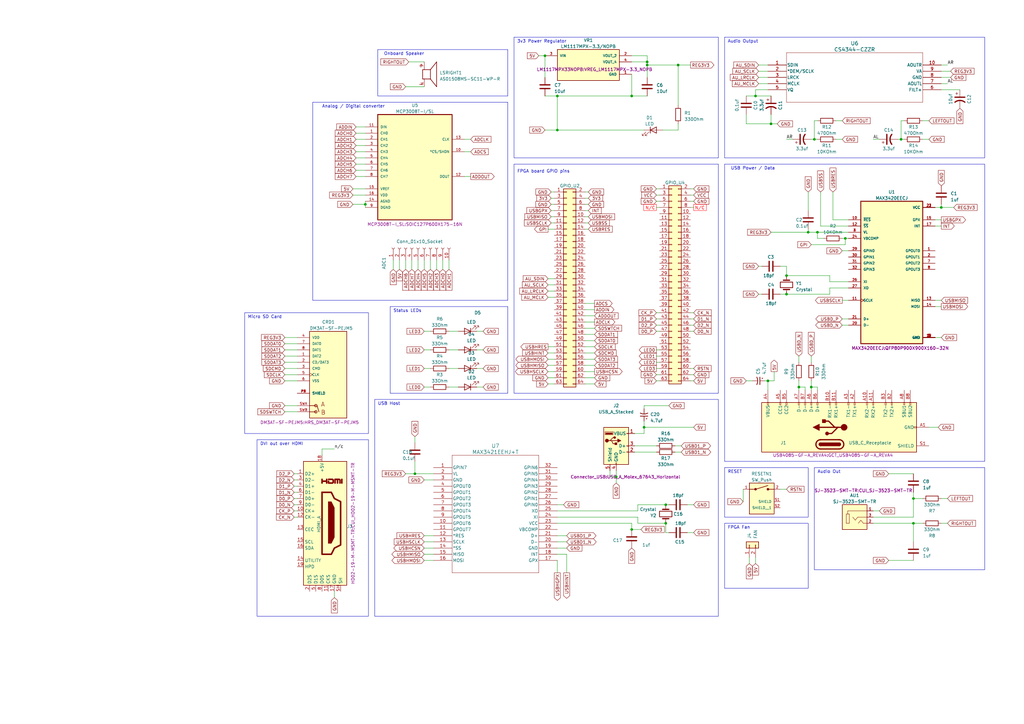
<source format=kicad_sch>
(kicad_sch (version 20230121) (generator eeschema)
  (paper "A3")
  (title_block (title "Expansion Board A") (date "2023-05-07") (rev "1") (company "Engin Cilasun") (comment 1 "Expansion board for QMTECH A7-200T board"))
  (junction (at 149.86 83.82))
  (junction (at 322.58 120.65))
  (junction (at 369.57 57.15))
  (junction (at 223.52 22.86))
  (junction (at 228.6 39.37))
  (junction (at 332.74 158.75))
  (junction (at 346.71 97.79))
  (junction (at 265.43 25.4))
  (junction (at 374.65 204.47))
  (junction (at 259.08 217.17))
  (junction (at 309.88 39.37))
  (junction (at 334.01 57.15))
  (junction (at 264.16 175.26))
  (junction (at 273.05 214.63))
  (junction (at 322.58 113.03))
  (junction (at 278.13 26.67))
  (junction (at 374.65 214.63))
  (junction (at 259.08 39.37))
  (junction (at 331.47 95.25))
  (junction (at 265.43 26.67))
  (junction (at 273.05 207.01))
  (junction (at 170.18 194.31))
  (junction (at 228.6 53.34))
  (junction (at 386.08 85.09))
  (junction (at 335.28 95.25))
  (junction (at 316.23 50.8))
  (junction (at 327.66 158.75))
  (junction (at 314.96 156.21))
  (junction (at 252.73 195.58))
  (wire (pts (xy 306.07 50.8) (xy 316.23 50.8)))
  (wire (pts (xy 195.58 143.51) (xy 198.12 143.51)))
  (wire (pts (xy 227.33 93.98) (xy 224.79 93.98)))
  (wire (pts (xy 243.84 124.46) (xy 240.03 124.46)))
  (wire (pts (xy 264.16 166.37) (xy 264.16 167.64)))
  (wire (pts (xy 269.24 85.09) (xy 270.51 85.09)))
  (wire (pts (xy 358.14 57.15) (xy 360.68 57.15)))
  (wire (pts (xy 116.84 138.43) (xy 121.92 138.43)))
  (wire (pts (xy 264.16 175.26) (xy 284.48 175.26)))
  (wire (pts (xy 388.62 204.47) (xy 386.08 204.47)))
  (wire (pts (xy 271.78 53.34) (xy 278.13 53.34)))
  (wire (pts (xy 364.49 229.87) (xy 374.65 229.87)))
  (wire (pts (xy 224.79 152.4) (xy 227.33 152.4)))
  (wire (pts (xy 173.99 143.51) (xy 176.53 143.51)))
  (wire (pts (xy 342.9 57.15) (xy 345.44 57.15)))
  (wire (pts (xy 340.36 113.03) (xy 340.36 115.57)))
  (wire (pts (xy 284.48 218.44) (xy 281.94 218.44)))
  (wire (pts (xy 264.16 166.37) (xy 274.32 166.37)))
  (wire (pts (xy 179.07 106.68) (xy 179.07 110.49)))
  (wire (pts (xy 313.69 156.21) (xy 314.96 156.21)))
  (wire (pts (xy 146.05 64.77) (xy 149.86 64.77)))
  (wire (pts (xy 149.86 83.82) (xy 149.86 82.55)))
  (wire (pts (xy 228.6 207.01) (xy 231.14 207.01)))
  (wire (pts (xy 241.3 81.28) (xy 240.03 81.28)))
  (wire (pts (xy 240.03 147.32) (xy 243.84 147.32)))
  (wire (pts (xy 243.84 132.08) (xy 240.03 132.08)))
  (wire (pts (xy 284.48 80.01) (xy 283.21 80.01)))
  (wire (pts (xy 146.05 59.69) (xy 149.86 59.69)))
  (wire (pts (xy 269.24 146.05) (xy 270.51 146.05)))
  (wire (pts (xy 345.44 123.19) (xy 347.98 123.19)))
  (wire (pts (xy 144.78 80.01) (xy 149.86 80.01)))
  (wire (pts (xy 163.83 110.49) (xy 163.83 106.68)))
  (wire (pts (xy 322.58 109.22) (xy 322.58 113.03)))
  (wire (pts (xy 227.33 81.28) (xy 226.06 81.28)))
  (wire (pts (xy 320.04 200.66) (xy 322.58 200.66)))
  (wire (pts (xy 316.23 50.8) (xy 318.77 50.8)))
  (wire (pts (xy 270.51 80.01) (xy 269.24 80.01)))
  (wire (pts (xy 358.14 214.63) (xy 374.65 214.63)))
  (wire (pts (xy 314.96 156.21) (xy 314.96 160.02)))
  (wire (pts (xy 170.18 179.07) (xy 170.18 181.61)))
  (wire (pts (xy 243.84 154.94) (xy 240.03 154.94)))
  (wire (pts (xy 227.33 154.94) (xy 224.79 154.94)))
  (wire (pts (xy 264.16 175.26) (xy 264.16 177.8)))
  (wire (pts (xy 374.65 214.63) (xy 378.46 214.63)))
  (wire (pts (xy 332.74 158.75) (xy 332.74 160.02)))
  (wire (pts (xy 137.16 245.11) (xy 137.16 242.57)))
  (wire (pts (xy 284.48 82.55) (xy 283.21 82.55)))
  (wire (pts (xy 228.6 209.55) (xy 261.62 209.55)))
  (wire (pts (xy 331.47 78.74) (xy 331.47 86.36)))
  (wire (pts (xy 274.32 207.01) (xy 273.05 207.01)))
  (wire (pts (xy 261.62 214.63) (xy 261.62 212.09)))
  (wire (pts (xy 341.63 90.17) (xy 347.98 90.17)))
  (wire (pts (xy 368.3 57.15) (xy 369.57 57.15)))
  (wire (pts (xy 195.58 151.13) (xy 198.12 151.13)))
  (wire (pts (xy 250.19 195.58) (xy 252.73 195.58)))
  (wire (pts (xy 269.24 148.59) (xy 270.51 148.59)))
  (wire (pts (xy 265.43 26.67) (xy 265.43 31.75)))
  (wire (pts (xy 195.58 158.75) (xy 198.12 158.75)))
  (wire (pts (xy 250.19 193.04) (xy 250.19 195.58)))
  (wire (pts (xy 146.05 54.61) (xy 149.86 54.61)))
  (wire (pts (xy 322.58 113.03) (xy 340.36 113.03)))
  (wire (pts (xy 265.43 25.4) (xy 265.43 26.67)))
  (wire (pts (xy 190.5 72.39) (xy 193.04 72.39)))
  (wire (pts (xy 116.84 168.91) (xy 121.92 168.91)))
  (wire (pts (xy 320.04 120.65) (xy 322.58 120.65)))
  (wire (pts (xy 190.5 57.15) (xy 193.04 57.15)))
  (wire (pts (xy 306.07 39.37) (xy 309.88 39.37)))
  (wire (pts (xy 388.62 214.63) (xy 386.08 214.63)))
  (wire (pts (xy 369.57 57.15) (xy 370.84 57.15)))
  (wire (pts (xy 284.48 207.01) (xy 281.94 207.01)))
  (wire (pts (xy 306.07 46.99) (xy 306.07 50.8)))
  (wire (pts (xy 270.51 130.81) (xy 269.24 130.81)))
  (wire (pts (xy 224.79 114.3) (xy 227.33 114.3)))
  (wire (pts (xy 309.88 36.83) (xy 309.88 39.37)))
  (wire (pts (xy 264.16 177.8) (xy 260.35 177.8)))
  (wire (pts (xy 243.84 129.54) (xy 240.03 129.54)))
  (wire (pts (xy 317.5 156.21) (xy 317.5 152.4)))
  (wire (pts (xy 241.3 86.36) (xy 240.03 86.36)))
  (wire (pts (xy 121.92 194.31) (xy 120.65 194.31)))
  (wire (pts (xy 309.88 36.83) (xy 314.96 36.83)))
  (wire (pts (xy 284.48 133.35) (xy 283.21 133.35)))
  (wire (pts (xy 166.37 194.31) (xy 170.18 194.31)))
  (wire (pts (xy 269.24 143.51) (xy 270.51 143.51)))
  (wire (pts (xy 184.15 158.75) (xy 187.96 158.75)))
  (wire (pts (xy 173.99 196.85) (xy 177.8 196.85)))
  (wire (pts (xy 243.84 157.48) (xy 240.03 157.48)))
  (wire (pts (xy 270.51 82.55) (xy 269.24 82.55)))
  (wire (pts (xy 228.6 234.95) (xy 228.6 229.87)))
  (wire (pts (xy 220.98 22.86) (xy 223.52 22.86)))
  (wire (pts (xy 224.79 142.24) (xy 227.33 142.24)))
  (wire (pts (xy 331.47 95.25) (xy 335.28 95.25)))
  (wire (pts (xy 260.35 182.88) (xy 269.24 182.88)))
  (wire (pts (xy 227.33 157.48) (xy 224.79 157.48)))
  (wire (pts (xy 224.79 149.86) (xy 227.33 149.86)))
  (wire (pts (xy 240.03 134.62) (xy 243.84 134.62)))
  (wire (pts (xy 386.08 83.82) (xy 386.08 85.09)))
  (wire (pts (xy 265.43 22.86) (xy 265.43 25.4)))
  (wire (pts (xy 243.84 127) (xy 240.03 127)))
  (wire (pts (xy 383.54 138.43) (xy 386.08 138.43)))
  (wire (pts (xy 345.44 133.35) (xy 347.98 133.35)))
  (wire (pts (xy 383.54 85.09) (xy 386.08 85.09)))
  (wire (pts (xy 383.54 123.19) (xy 386.08 123.19)))
  (wire (pts (xy 327.66 158.75) (xy 327.66 160.02)))
  (wire (pts (xy 173.99 135.89) (xy 176.53 135.89)))
  (wire (pts (xy 335.28 160.02) (xy 335.28 158.75)))
  (wire (pts (xy 240.03 149.86) (xy 243.84 149.86)))
  (wire (pts (xy 278.13 53.34) (xy 278.13 50.8)))
  (wire (pts (xy 223.52 39.37) (xy 228.6 39.37)))
  (wire (pts (xy 345.44 97.79) (xy 346.71 97.79)))
  (wire (pts (xy 227.33 86.36) (xy 226.06 86.36)))
  (wire (pts (xy 146.05 72.39) (xy 149.86 72.39)))
  (wire (pts (xy 327.66 156.21) (xy 327.66 158.75)))
  (wire (pts (xy 383.54 90.17) (xy 386.08 90.17)))
  (wire (pts (xy 284.48 128.27) (xy 283.21 128.27)))
  (wire (pts (xy 378.46 57.15) (xy 381 57.15)))
  (wire (pts (xy 284.48 156.21) (xy 283.21 156.21)))
  (wire (pts (xy 259.08 22.86) (xy 265.43 22.86)))
  (wire (pts (xy 306.07 156.21) (xy 308.61 156.21)))
  (wire (pts (xy 316.23 46.99) (xy 316.23 50.8)))
  (wire (pts (xy 309.88 228.6) (xy 309.88 231.14)))
  (wire (pts (xy 345.44 102.87) (xy 347.98 102.87)))
  (wire (pts (xy 332.74 100.33) (xy 346.71 100.33)))
  (wire (pts (xy 331.47 93.98) (xy 331.47 95.25)))
  (wire (pts (xy 374.65 212.09) (xy 374.65 204.47)))
  (wire (pts (xy 340.36 115.57) (xy 347.98 115.57)))
  (wire (pts (xy 227.33 88.9) (xy 226.06 88.9)))
  (wire (pts (xy 262.89 217.17) (xy 259.08 217.17)))
  (wire (pts (xy 146.05 52.07) (xy 149.86 52.07)))
  (wire (pts (xy 330.2 158.75) (xy 327.66 158.75)))
  (wire (pts (xy 381 175.26) (xy 384.81 175.26)))
  (wire (pts (xy 374.65 201.93) (xy 374.65 204.47)))
  (wire (pts (xy 116.84 151.13) (xy 121.92 151.13)))
  (wire (pts (xy 121.92 204.47) (xy 120.65 204.47)))
  (wire (pts (xy 121.92 212.09) (xy 120.65 212.09)))
  (wire (pts (xy 264.16 172.72) (xy 264.16 175.26)))
  (wire (pts (xy 259.08 217.17) (xy 259.08 214.63)))
  (wire (pts (xy 240.03 142.24) (xy 243.84 142.24)))
  (wire (pts (xy 241.3 88.9) (xy 240.03 88.9)))
  (wire (pts (xy 335.28 158.75) (xy 332.74 158.75)))
  (wire (pts (xy 116.84 148.59) (xy 121.92 148.59)))
  (wire (pts (xy 270.51 153.67) (xy 269.24 153.67)))
  (wire (pts (xy 241.3 93.98) (xy 240.03 93.98)))
  (wire (pts (xy 274.32 218.44) (xy 273.05 218.44)))
  (wire (pts (xy 311.15 26.67) (xy 314.96 26.67)))
  (wire (pts (xy 335.28 49.53) (xy 334.01 49.53)))
  (wire (pts (xy 252.73 193.04) (xy 252.73 195.58)))
  (wire (pts (xy 168.91 106.68) (xy 168.91 110.49)))
  (wire (pts (xy 170.18 189.23) (xy 170.18 194.31)))
  (wire (pts (xy 364.49 194.31) (xy 374.65 194.31)))
  (wire (pts (xy 336.55 78.74) (xy 336.55 92.71)))
  (wire (pts (xy 149.86 83.82) (xy 149.86 85.09)))
  (wire (pts (xy 386.08 85.09) (xy 391.16 85.09)))
  (wire (pts (xy 311.15 120.65) (xy 312.42 120.65)))
  (wire (pts (xy 146.05 62.23) (xy 149.86 62.23)))
  (wire (pts (xy 374.65 214.63) (xy 374.65 222.25)))
  (wire (pts (xy 170.18 194.31) (xy 177.8 194.31)))
  (wire (pts (xy 173.99 106.68) (xy 173.99 110.49)))
  (wire (pts (xy 227.33 78.74) (xy 226.06 78.74)))
  (wire (pts (xy 335.28 97.79) (xy 335.28 95.25)))
  (wire (pts (xy 224.79 119.38) (xy 227.33 119.38)))
  (wire (pts (xy 184.15 143.51) (xy 187.96 143.51)))
  (wire (pts (xy 241.3 83.82) (xy 240.03 83.82)))
  (wire (pts (xy 228.6 224.79) (xy 232.41 224.79)))
  (wire (pts (xy 228.6 222.25) (xy 232.41 222.25)))
  (wire (pts (xy 195.58 135.89) (xy 198.12 135.89)))
  (wire (pts (xy 146.05 57.15) (xy 149.86 57.15)))
  (wire (pts (xy 184.15 151.13) (xy 187.96 151.13)))
  (wire (pts (xy 311.15 29.21) (xy 314.96 29.21)))
  (wire (pts (xy 270.51 128.27) (xy 269.24 128.27)))
  (wire (pts (xy 346.71 97.79) (xy 347.98 97.79)))
  (wire (pts (xy 330.2 160.02) (xy 330.2 158.75)))
  (wire (pts (xy 341.63 78.74) (xy 341.63 90.17)))
  (wire (pts (xy 340.36 118.11) (xy 347.98 118.11)))
  (wire (pts (xy 232.41 227.33) (xy 228.6 227.33)))
  (wire (pts (xy 173.99 222.25) (xy 177.8 222.25)))
  (wire (pts (xy 261.62 207.01) (xy 273.05 207.01)))
  (wire (pts (xy 270.51 133.35) (xy 269.24 133.35)))
  (wire (pts (xy 173.99 151.13) (xy 176.53 151.13)))
  (wire (pts (xy 146.05 69.85) (xy 149.86 69.85)))
  (wire (pts (xy 173.99 219.71) (xy 177.8 219.71)))
  (wire (pts (xy 260.35 185.42) (xy 269.24 185.42)))
  (wire (pts (xy 259.08 25.4) (xy 265.43 25.4)))
  (wire (pts (xy 224.79 116.84) (xy 227.33 116.84)))
  (wire (pts (xy 184.15 106.68) (xy 184.15 110.49)))
  (wire (pts (xy 228.6 53.34) (xy 264.16 53.34)))
  (wire (pts (xy 311.15 31.75) (xy 314.96 31.75)))
  (wire (pts (xy 228.6 219.71) (xy 232.41 219.71)))
  (wire (pts (xy 137.16 184.15) (xy 132.08 184.15)))
  (wire (pts (xy 259.08 39.37) (xy 265.43 39.37)))
  (wire (pts (xy 383.54 125.73) (xy 386.08 125.73)))
  (wire (pts (xy 181.61 106.68) (xy 181.61 110.49)))
  (wire (pts (xy 386.08 31.75) (xy 389.89 31.75)))
  (wire (pts (xy 232.41 227.33) (xy 232.41 234.95)))
  (wire (pts (xy 224.79 121.92) (xy 227.33 121.92)))
  (wire (pts (xy 309.88 39.37) (xy 316.23 39.37)))
  (wire (pts (xy 241.3 78.74) (xy 240.03 78.74)))
  (wire (pts (xy 311.15 109.22) (xy 312.42 109.22)))
  (wire (pts (xy 166.37 106.68) (xy 166.37 110.49)))
  (wire (pts (xy 278.13 26.67) (xy 283.21 26.67)))
  (wire (pts (xy 161.29 110.49) (xy 161.29 106.68)))
  (wire (pts (xy 173.99 227.33) (xy 177.8 227.33)))
  (wire (pts (xy 276.86 185.42) (xy 279.4 185.42)))
  (wire (pts (xy 121.92 199.39) (xy 120.65 199.39)))
  (wire (pts (xy 358.14 212.09) (xy 374.65 212.09)))
  (wire (pts (xy 259.08 30.48) (xy 259.08 39.37)))
  (wire (pts (xy 184.15 135.89) (xy 187.96 135.89)))
  (wire (pts (xy 335.28 95.25) (xy 347.98 95.25)))
  (wire (pts (xy 224.79 144.78) (xy 227.33 144.78)))
  (wire (pts (xy 284.48 135.89) (xy 283.21 135.89)))
  (wire (pts (xy 386.08 29.21) (xy 389.89 29.21)))
  (wire (pts (xy 358.14 209.55) (xy 360.68 209.55)))
  (wire (pts (xy 144.78 83.82) (xy 149.86 83.82)))
  (wire (pts (xy 252.73 195.58) (xy 252.73 198.12)))
  (wire (pts (xy 121.92 207.01) (xy 120.65 207.01)))
  (wire (pts (xy 322.58 57.15) (xy 325.12 57.15)))
  (wire (pts (xy 284.48 77.47) (xy 283.21 77.47)))
  (wire (pts (xy 386.08 36.83) (xy 393.7 36.83)))
  (wire (pts (xy 144.78 77.47) (xy 149.86 77.47)))
  (wire (pts (xy 228.6 212.09) (xy 261.62 212.09)))
  (wire (pts (xy 311.15 34.29) (xy 314.96 34.29)))
  (wire (pts (xy 304.8 200.66) (xy 304.8 205.74)))
  (wire (pts (xy 346.71 100.33) (xy 346.71 97.79)))
  (wire (pts (xy 340.36 120.65) (xy 340.36 118.11)))
  (wire (pts (xy 322.58 120.65) (xy 340.36 120.65)))
  (wire (pts (xy 259.08 214.63) (xy 228.6 214.63)))
  (wire (pts (xy 116.84 153.67) (xy 121.92 153.67)))
  (wire (pts (xy 116.84 146.05) (xy 121.92 146.05)))
  (wire (pts (xy 240.03 137.16) (xy 243.84 137.16)))
  (wire (pts (xy 332.74 156.21) (xy 332.74 158.75)))
  (wire (pts (xy 228.6 39.37) (xy 259.08 39.37)))
  (wire (pts (xy 167.64 25.4) (xy 173.99 25.4)))
  (wire (pts (xy 284.48 153.67) (xy 283.21 153.67)))
  (wire (pts (xy 307.34 228.6) (xy 307.34 231.14)))
  (wire (pts (xy 223.52 53.34) (xy 228.6 53.34)))
  (wire (pts (xy 317.5 156.21) (xy 314.96 156.21)))
  (wire (pts (xy 378.46 49.53) (xy 381 49.53)))
  (wire (pts (xy 334.01 49.53) (xy 334.01 57.15)))
  (wire (pts (xy 320.04 109.22) (xy 322.58 109.22)))
  (wire (pts (xy 121.92 201.93) (xy 120.65 201.93)))
  (wire (pts (xy 278.13 26.67) (xy 278.13 43.18)))
  (wire (pts (xy 146.05 67.31) (xy 149.86 67.31)))
  (wire (pts (xy 116.84 140.97) (xy 121.92 140.97)))
  (wire (pts (xy 166.37 35.56) (xy 173.99 35.56)))
  (wire (pts (xy 276.86 182.88) (xy 279.4 182.88)))
  (wire (pts (xy 383.54 92.71) (xy 386.08 92.71)))
  (wire (pts (xy 121.92 209.55) (xy 120.65 209.55)))
  (wire (pts (xy 370.84 49.53) (xy 369.57 49.53)))
  (wire (pts (xy 316.23 95.25) (xy 331.47 95.25)))
  (wire (pts (xy 261.62 214.63) (xy 273.05 214.63)))
  (wire (pts (xy 176.53 106.68) (xy 176.53 110.49)))
  (wire (pts (xy 171.45 106.68) (xy 171.45 110.49)))
  (wire (pts (xy 265.43 26.67) (xy 278.13 26.67)))
  (wire (pts (xy 241.3 91.44) (xy 240.03 91.44)))
  (wire (pts (xy 332.74 57.15) (xy 334.01 57.15)))
  (wire (pts (xy 190.5 62.23) (xy 193.04 62.23)))
  (wire (pts (xy 284.48 130.81) (xy 283.21 130.81)))
  (wire (pts (xy 273.05 218.44) (xy 273.05 214.63)))
  (wire (pts (xy 224.79 147.32) (xy 227.33 147.32)))
  (wire (pts (xy 116.84 156.21) (xy 121.92 156.21)))
  (wire (pts (xy 283.21 151.13) (xy 284.48 151.13)))
  (wire (pts (xy 116.84 166.37) (xy 121.92 166.37)))
  (wire (pts (xy 132.08 184.15) (xy 132.08 186.69)))
  (wire (pts (xy 378.46 204.47) (xy 374.65 204.47)))
  (wire (pts (xy 227.33 83.82) (xy 226.06 83.82)))
  (wire (pts (xy 388.62 26.67) (xy 386.08 26.67)))
  (wire (pts (xy 270.51 77.47) (xy 269.24 77.47)))
  (wire (pts (xy 269.24 151.13) (xy 270.51 151.13)))
  (wire (pts (xy 173.99 229.87) (xy 177.8 229.87)))
  (wire (pts (xy 270.51 156.21) (xy 269.24 156.21)))
  (wire (pts (xy 342.9 49.53) (xy 345.44 49.53)))
  (wire (pts (xy 337.82 97.79) (xy 335.28 97.79)))
  (wire (pts (xy 345.44 130.81) (xy 347.98 130.81)))
  (wire (pts (xy 369.57 49.53) (xy 369.57 57.15)))
  (wire (pts (xy 261.62 209.55) (xy 261.62 207.01)))
  (wire (pts (xy 388.62 34.29) (xy 386.08 34.29)))
  (wire (pts (xy 283.21 85.09) (xy 284.48 85.09)))
  (wire (pts (xy 173.99 158.75) (xy 176.53 158.75)))
  (wire (pts (xy 240.03 139.7) (xy 243.84 139.7)))
  (wire (pts (xy 332.74 148.59) (xy 332.74 146.05)))
  (wire (pts (xy 240.03 152.4) (xy 243.84 152.4)))
  (wire (pts (xy 121.92 196.85) (xy 120.65 196.85)))
  (wire (pts (xy 228.6 39.37) (xy 228.6 53.34)))
  (wire (pts (xy 327.66 148.59) (xy 327.66 146.05)))
  (wire (pts (xy 227.33 91.44) (xy 226.06 91.44)))
  (wire (pts (xy 336.55 92.71) (xy 347.98 92.71)))
  (wire (pts (xy 270.51 135.89) (xy 269.24 135.89)))
  (wire (pts (xy 116.84 143.51) (xy 121.92 143.51)))
  (wire (pts (xy 240.03 144.78) (xy 243.84 144.78)))
  (wire (pts (xy 223.52 22.86) (xy 223.52 31.75)))
  (wire (pts (xy 173.99 224.79) (xy 177.8 224.79)))
  (wire (pts (xy 334.01 57.15) (xy 335.28 57.15)))
  (rectangle (start 297.18 15.24) (end 403.86 64.77))
  (rectangle (start 154.94 20.32) (end 208.28 39.37))
  (rectangle (start 297.18 67.31) (end 403.86 189.23))
  (rectangle (start 297.18 191.77) (end 331.47 212.09))
  (rectangle (start 128.27 41.91) (end 208.28 123.19))
  (rectangle (start 334.01 191.77) (end 403.86 233.68))
  (rectangle (start 153.67 163.83) (end 294.64 252.73))
  (rectangle (start 100.33 128.27) (end 151.13 177.8))
  (rectangle (start 105.41 180.34) (end 151.13 252.73))
  (rectangle (start 160.02 125.73) (end 208.28 161.29))
  (rectangle (start 210.82 67.31) (end 294.64 161.29))
  (rectangle (start 210.82 15.24) (end 294.64 64.77))
  (rectangle (start 297.18 214.63) (end 331.47 241.3))
  (text "Audio Output" (at 298.45 17.78 0) (effects (font (size 1.27 1.27)) (justify left bottom)))
  (text "Onboard Speaker" (at 157.48 22.86 0) (effects (font (size 1.27 1.27)) (justify left bottom)))
  (text "FPGA board GPIO pins" (at 212.09 71.12 0) (effects (font (size 1.27 1.27)) (justify left bottom)))
  (text "Micro SD Card" (at 101.6 130.81 0) (effects (font (size 1.27 1.27)) (justify left bottom)))
  (text "USB Power / Data" (at 299.72 69.85 0) (effects (font (size 1.27 1.27)) (justify left bottom)))
  (text "USB Host" (at 154.94 166.37 0) (effects (font (size 1.27 1.27)) (justify left bottom)))
  (text "Status LEDs" (at 161.29 128.27 0) (effects (font (size 1.27 1.27)) (justify left bottom)))
  (text "Audio Out" (at 335.28 194.31 0) (effects (font (size 1.27 1.27)) (justify left bottom)))
  (text "RESET" (at 298.45 194.31 0) (effects (font (size 1.27 1.27)) (justify left bottom)))
  (text "3v3 Power Regulator" (at 212.09 17.78 0) (effects (font (size 1.27 1.27)) (justify left bottom)))
  (text "DVI out over HDMI" (at 106.68 182.88 0) (effects (font (size 1.27 1.27)) (justify left bottom)))
  (text "FPGA Fan" (at 298.45 217.17 0) (effects (font (size 1.27 1.27)) (justify left bottom)))
  (text "Analog / Digital converter" (at 132.08 44.45 0) (effects (font (size 1.27 1.27)) (justify left bottom)))
  (label "AR" (at 388.62 26.67 0))
  (label "AL" (at 388.62 34.29 0))
  (label "AL" (at 358.14 57.15 0))
  (label "AR" (at 322.58 57.15 0))
  (label "n{slash}c" (at 137.16 184.15 0))
  (global_label "GND" (shape input) (at 144.78 83.82 180) (property "Intersheetrefs" "${INTERSHEET_REFS}" (effects hide)))
  (global_label "AU_MCLK" (shape input) (at 224.79 121.92 180) (property "Intersheetrefs" "${INTERSHEET_REFS}" (effects hide)))
  (global_label "USBHCSN" (shape output) (at 243.84 152.4 0) (property "Intersheetrefs" "${INTERSHEET_REFS}" (effects hide)))
  (global_label "SDCMD" (shape input) (at 116.84 151.13 180) (property "Intersheetrefs" "${INTERSHEET_REFS}" (effects hide)))
  (global_label "ADCH7" (shape input) (at 168.91 110.49 270) (property "Intersheetrefs" "${INTERSHEET_REFS}" (effects hide)))
  (global_label "USBHSCLK" (shape input) (at 173.99 222.25 180) (property "Intersheetrefs" "${INTERSHEET_REFS}" (effects hide)))
  (global_label "REG3V3" (shape input) (at 391.16 85.09 0) (property "Intersheetrefs" "${INTERSHEET_REFS}" (effects hide)))
  (global_label "USBHRES" (shape input) (at 173.99 219.71 180) (property "Intersheetrefs" "${INTERSHEET_REFS}" (effects hide)))
  (global_label "RIGHTOUT" (shape input) (at 388.62 214.63 0) (property "Intersheetrefs" "${INTERSHEET_REFS}" (effects hide)))
  (global_label "LEFTOUT" (shape input) (at 388.62 204.47 0) (property "Intersheetrefs" "${INTERSHEET_REFS}" (effects hide)))
  (global_label "GND" (shape input) (at 360.68 209.55 0) (property "Intersheetrefs" "${INTERSHEET_REFS}" (effects hide)))
  (global_label "INT" (shape output) (at 386.08 92.71 0) (property "Intersheetrefs" "${INTERSHEET_REFS}" (effects hide)))
  (global_label "ADCH1" (shape input) (at 184.15 110.49 270) (property "Intersheetrefs" "${INTERSHEET_REFS}" (effects hide)))
  (global_label "ADCH3" (shape input) (at 146.05 62.23 180) (property "Intersheetrefs" "${INTERSHEET_REFS}" (effects hide)))
  (global_label "LEFTOUT" (shape input) (at 381 49.53 0) (property "Intersheetrefs" "${INTERSHEET_REFS}" (effects hide)))
  (global_label "AU_LRCLK" (shape input) (at 311.15 31.75 180) (property "Intersheetrefs" "${INTERSHEET_REFS}" (effects hide)))
  (global_label "GND" (shape input) (at 198.12 135.89 0) (property "Intersheetrefs" "${INTERSHEET_REFS}" (effects hide)))
  (global_label "REG3V3" (shape output) (at 283.21 26.67 0) (property "Intersheetrefs" "${INTERSHEET_REFS}" (effects hide)))
  (global_label "ADCH4" (shape input) (at 146.05 64.77 180) (property "Intersheetrefs" "${INTERSHEET_REFS}" (effects hide)))
  (global_label "SDDAT3" (shape input) (at 116.84 148.59 180) (property "Intersheetrefs" "${INTERSHEET_REFS}" (effects hide)))
  (global_label "SDCLK" (shape input) (at 116.84 153.67 180) (property "Intersheetrefs" "${INTERSHEET_REFS}" (effects hide)))
  (global_label "VCC" (shape input) (at 269.24 80.01 180) (property "Intersheetrefs" "${INTERSHEET_REFS}" (effects hide)))
  (global_label "USBRES" (shape input) (at 241.3 93.98 0) (property "Intersheetrefs" "${INTERSHEET_REFS}" (effects hide)))
  (global_label "5V" (shape input) (at 144.78 77.47 180) (property "Intersheetrefs" "${INTERSHEET_REFS}" (effects hide)))
  (global_label "RIGHTOUT" (shape input) (at 167.64 25.4 180) (property "Intersheetrefs" "${INTERSHEET_REFS}" (effects hide)))
  (global_label "REG3V3" (shape input) (at 316.23 95.25 180) (property "Intersheetrefs" "${INTERSHEET_REFS}" (effects hide)))
  (global_label "3V3" (shape input) (at 241.3 81.28 0) (property "Intersheetrefs" "${INTERSHEET_REFS}" (effects hide)))
  (global_label "ADCS" (shape output) (at 243.84 124.46 0) (property "Intersheetrefs" "${INTERSHEET_REFS}" (effects hide)))
  (global_label "INT" (shape input) (at 241.3 86.36 0) (property "Intersheetrefs" "${INTERSHEET_REFS}" (effects hide)))
  (global_label "5V" (shape input) (at 284.48 175.26 0) (property "Intersheetrefs" "${INTERSHEET_REFS}" (effects hide)))
  (global_label "GND" (shape input) (at 259.08 224.79 270) (property "Intersheetrefs" "${INTERSHEET_REFS}" (effects hide)))
  (global_label "D1_N" (shape input) (at 120.65 201.93 180) (property "Intersheetrefs" "${INTERSHEET_REFS}" (effects hide)))
  (global_label "D2_N" (shape input) (at 284.48 133.35 0) (property "Intersheetrefs" "${INTERSHEET_REFS}" (effects hide)))
  (global_label "GND" (shape input) (at 232.41 224.79 0) (property "Intersheetrefs" "${INTERSHEET_REFS}" (effects hide)))
  (global_label "USBHINT" (shape input) (at 224.79 144.78 180) (property "Intersheetrefs" "${INTERSHEET_REFS}" (effects hide)))
  (global_label "GND" (shape input) (at 252.73 198.12 270) (property "Intersheetrefs" "${INTERSHEET_REFS}" (effects hide)))
  (global_label "USBD_N" (shape bidirectional) (at 345.44 133.35 180) (property "Intersheetrefs" "${INTERSHEET_REFS}" (effects hide)))
  (global_label "GND" (shape input) (at 166.37 35.56 180) (property "Intersheetrefs" "${INTERSHEET_REFS}" (effects hide)))
  (global_label "SDSWTCH" (shape input) (at 116.84 168.91 180) (property "Intersheetrefs" "${INTERSHEET_REFS}" (effects hide)))
  (global_label "SDDAT2" (shape input) (at 243.84 149.86 0) (property "Intersheetrefs" "${INTERSHEET_REFS}" (effects hide)))
  (global_label "GND" (shape input) (at 284.48 207.01 0) (property "Intersheetrefs" "${INTERSHEET_REFS}" (effects hide)))
  (global_label "USBHINT" (shape output) (at 232.41 234.95 270) (property "Intersheetrefs" "${INTERSHEET_REFS}" (effects hide)))
  (global_label "USBD_P" (shape bidirectional) (at 345.44 130.81 180) (property "Intersheetrefs" "${INTERSHEET_REFS}" (effects hide)))
  (global_label "GND" (shape input) (at 389.89 31.75 0) (property "Intersheetrefs" "${INTERSHEET_REFS}" (effects hide)))
  (global_label "D0_N" (shape input) (at 120.65 207.01 180) (property "Intersheetrefs" "${INTERSHEET_REFS}" (effects hide)))
  (global_label "D2_P" (shape input) (at 120.65 194.31 180) (property "Intersheetrefs" "${INTERSHEET_REFS}" (effects hide)))
  (global_label "GND" (shape input) (at 137.16 245.11 270) (property "Intersheetrefs" "${INTERSHEET_REFS}" (effects hide)))
  (global_label "SDSWTCH" (shape input) (at 243.84 134.62 0) (property "Intersheetrefs" "${INTERSHEET_REFS}" (effects hide)))
  (global_label "USBD1_P" (shape bidirectional) (at 232.41 219.71 0) (property "Intersheetrefs" "${INTERSHEET_REFS}" (effects hide)))
  (global_label "USBHMISO" (shape bidirectional) (at 173.99 227.33 180) (property "Intersheetrefs" "${INTERSHEET_REFS}" (effects hide)))
  (global_label "GND" (shape input) (at 311.15 120.65 180) (property "Intersheetrefs" "${INTERSHEET_REFS}" (effects hide)))
  (global_label "5V" (shape input) (at 224.79 157.48 180) (property "Intersheetrefs" "${INTERSHEET_REFS}" (effects hide)))
  (global_label "5V" (shape input) (at 269.24 156.21 180) (property "Intersheetrefs" "${INTERSHEET_REFS}" (effects hide)))
  (global_label "REG3V3" (shape input) (at 144.78 80.01 180) (property "Intersheetrefs" "${INTERSHEET_REFS}" (effects hide)))
  (global_label "ADCH5" (shape input) (at 146.05 67.31 180) (property "Intersheetrefs" "${INTERSHEET_REFS}" (effects hide)))
  (global_label "D2_P" (shape input) (at 269.24 133.35 180) (property "Intersheetrefs" "${INTERSHEET_REFS}" (effects hide)))
  (global_label "GND" (shape input) (at 224.79 154.94 180) (property "Intersheetrefs" "${INTERSHEET_REFS}" (effects hide)))
  (global_label "5V" (shape output) (at 317.5 152.4 90) (property "Intersheetrefs" "${INTERSHEET_REFS}" (effects hide)))
  (global_label "GND" (shape input) (at 269.24 82.55 180) (property "Intersheetrefs" "${INTERSHEET_REFS}" (effects hide)))
  (global_label "USBHRES" (shape output) (at 224.79 142.24 180) (property "Intersheetrefs" "${INTERSHEET_REFS}" (effects hide)))
  (global_label "GND" (shape input) (at 306.07 156.21 180) (property "Intersheetrefs" "${INTERSHEET_REFS}" (effects hide)))
  (global_label "ADDIN" (shape output) (at 243.84 127 0) (property "Intersheetrefs" "${INTERSHEET_REFS}" (effects hide)))
  (global_label "USBSS" (shape input) (at 336.55 78.74 90) (property "Intersheetrefs" "${INTERSHEET_REFS}" (effects hide)))
  (global_label "AU_LRCLK" (shape input) (at 224.79 119.38 180) (property "Intersheetrefs" "${INTERSHEET_REFS}" (effects hide)))
  (global_label "USBHGPX" (shape output) (at 228.6 234.95 270) (property "Intersheetrefs" "${INTERSHEET_REFS}" (effects hide)))
  (global_label "GND" (shape input) (at 269.24 153.67 180) (property "Intersheetrefs" "${INTERSHEET_REFS}" (effects hide)))
  (global_label "ADCH2" (shape input) (at 176.53 110.49 270) (property "Intersheetrefs" "${INTERSHEET_REFS}" (effects hide)))
  (global_label "ADCLK" (shape output) (at 243.84 132.08 0) (property "Intersheetrefs" "${INTERSHEET_REFS}" (effects hide)))
  (global_label "GND" (shape input) (at 226.06 83.82 180) (property "Intersheetrefs" "${INTERSHEET_REFS}" (effects hide)))
  (global_label "GND" (shape input) (at 386.08 76.2 90) (property "Intersheetrefs" "${INTERSHEET_REFS}" (effects hide)))
  (global_label "SDCMD" (shape input) (at 243.84 144.78 0) (property "Intersheetrefs" "${INTERSHEET_REFS}" (effects hide)))
  (global_label "AU_SCLK" (shape input) (at 311.15 29.21 180) (property "Intersheetrefs" "${INTERSHEET_REFS}" (effects hide)))
  (global_label "USBD1_P" (shape bidirectional) (at 279.4 182.88 0) (property "Intersheetrefs" "${INTERSHEET_REFS}" (effects hide)))
  (global_label "GND" (shape input) (at 318.77 50.8 0) (property "Intersheetrefs" "${INTERSHEET_REFS}" (effects hide)))
  (global_label "CK_N" (shape input) (at 284.48 128.27 0) (property "Intersheetrefs" "${INTERSHEET_REFS}" (effects hide)))
  (global_label "LED1" (shape output) (at 269.24 146.05 180) (property "Intersheetrefs" "${INTERSHEET_REFS}" (effects hide)))
  (global_label "3V3" (shape input) (at 226.06 81.28 180) (property "Intersheetrefs" "${INTERSHEET_REFS}" (effects hide)))
  (global_label "GPI" (shape output) (at 224.79 93.98 180) (property "Intersheetrefs" "${INTERSHEET_REFS}" (effects hide)))
  (global_label "GND" (shape input) (at 381 57.15 0) (property "Intersheetrefs" "${INTERSHEET_REFS}" (effects hide)))
  (global_label "GND" (shape input) (at 386.08 138.43 0) (property "Intersheetrefs" "${INTERSHEET_REFS}" (effects hide)))
  (global_label "GND" (shape input) (at 223.52 53.34 180) (property "Intersheetrefs" "${INTERSHEET_REFS}" (effects hide)))
  (global_label "GND" (shape input) (at 345.44 102.87 180) (property "Intersheetrefs" "${INTERSHEET_REFS}" (effects hide)))
  (global_label "REG3V3" (shape input) (at 389.89 29.21 0) (property "Intersheetrefs" "${INTERSHEET_REFS}" (effects hide)))
  (global_label "5V" (shape input) (at 220.98 22.86 180) (property "Intersheetrefs" "${INTERSHEET_REFS}" (effects hide)))
  (global_label "D0_P" (shape input) (at 120.65 204.47 180) (property "Intersheetrefs" "${INTERSHEET_REFS}" (effects hide)))
  (global_label "ADCH6" (shape input) (at 146.05 69.85 180) (property "Intersheetrefs" "${INTERSHEET_REFS}" (effects hide)))
  (global_label "GND" (shape input) (at 198.12 158.75 0) (property "Intersheetrefs" "${INTERSHEET_REFS}" (effects hide)))
  (global_label "REG3V3" (shape input) (at 262.89 217.17 0) (property "Intersheetrefs" "${INTERSHEET_REFS}" (effects hide)))
  (global_label "GND" (shape input) (at 345.44 57.15 0) (property "Intersheetrefs" "${INTERSHEET_REFS}" (effects hide)))
  (global_label "ADCH6" (shape input) (at 166.37 110.49 270) (property "Intersheetrefs" "${INTERSHEET_REFS}" (effects hide)))
  (global_label "USBMISO" (shape input) (at 226.06 88.9 180) (property "Intersheetrefs" "${INTERSHEET_REFS}" (effects hide)))
  (global_label "AU_MCLK" (shape input) (at 311.15 34.29 180) (property "Intersheetrefs" "${INTERSHEET_REFS}" (effects hide)))
  (global_label "ADCH0" (shape input) (at 181.61 110.49 270) (property "Intersheetrefs" "${INTERSHEET_REFS}" (effects hide)))
  (global_label "GND" (shape input) (at 307.34 231.14 270) (property "Intersheetrefs" "${INTERSHEET_REFS}" (effects hide)))
  (global_label "GPI" (shape input) (at 332.74 100.33 180) (property "Intersheetrefs" "${INTERSHEET_REFS}" (effects hide)))
  (global_label "CK_N" (shape input) (at 120.65 212.09 180) (property "Intersheetrefs" "${INTERSHEET_REFS}" (effects hide)))
  (global_label "LED3" (shape input) (at 173.99 135.89 180) (property "Intersheetrefs" "${INTERSHEET_REFS}" (effects hide)))
  (global_label "5V" (shape input) (at 163.83 110.49 270) (property "Intersheetrefs" "${INTERSHEET_REFS}" (effects hide)))
  (global_label "LED3" (shape output) (at 269.24 151.13 180) (property "Intersheetrefs" "${INTERSHEET_REFS}" (effects hide)))
  (global_label "D2_N" (shape input) (at 120.65 196.85 180) (property "Intersheetrefs" "${INTERSHEET_REFS}" (effects hide)))
  (global_label "5V" (shape input) (at 284.48 156.21 0) (property "Intersheetrefs" "${INTERSHEET_REFS}" (effects hide)))
  (global_label "LED2" (shape input) (at 173.99 143.51 180) (property "Intersheetrefs" "${INTERSHEET_REFS}" (effects hide)))
  (global_label "ADCLK" (shape input) (at 193.04 57.15 0) (property "Intersheetrefs" "${INTERSHEET_REFS}" (effects hide)))
  (global_label "ADDIN" (shape input) (at 146.05 52.07 180) (property "Intersheetrefs" "${INTERSHEET_REFS}" (effects hide)))
  (global_label "USBHMOSI" (shape bidirectional) (at 173.99 229.87 180) (property "Intersheetrefs" "${INTERSHEET_REFS}" (effects hide)))
  (global_label "RIGHTOUT" (shape input) (at 345.44 49.53 0) (property "Intersheetrefs" "${INTERSHEET_REFS}" (effects hide)))
  (global_label "ADCH2" (shape input) (at 146.05 59.69 180) (property "Intersheetrefs" "${INTERSHEET_REFS}" (effects hide)))
  (global_label "USBD_P" (shape input) (at 332.74 146.05 90) (property "Intersheetrefs" "${INTERSHEET_REFS}" (effects hide)))
  (global_label "LED0" (shape output) (at 269.24 143.51 180) (property "Intersheetrefs" "${INTERSHEET_REFS}" (effects hide)))
  (global_label "GND" (shape input) (at 304.8 205.74 180) (property "Intersheetrefs" "${INTERSHEET_REFS}" (effects hide)))
  (global_label "GND" (shape input) (at 170.18 179.07 90) (property "Intersheetrefs" "${INTERSHEET_REFS}" (effects hide)))
  (global_label "N{slash}C" (shape passive) (at 284.48 85.09 0) (property "Intersheetrefs" "${INTERSHEET_REFS}" (effects hide)))
  (global_label "LED2" (shape output) (at 269.24 148.59 180) (property "Intersheetrefs" "${INTERSHEET_REFS}" (effects hide)))
  (global_label "GND" (shape input) (at 331.47 78.74 90) (property "Intersheetrefs" "${INTERSHEET_REFS}" (effects hide)))
  (global_label "ADCH3" (shape input) (at 179.07 110.49 270) (property "Intersheetrefs" "${INTERSHEET_REFS}" (effects hide)))
  (global_label "GND" (shape input) (at 231.14 207.01 0) (property "Intersheetrefs" "${INTERSHEET_REFS}" (effects hide)))
  (global_label "GND" (shape input) (at 269.24 77.47 180) (property "Intersheetrefs" "${INTERSHEET_REFS}" (effects hide)))
  (global_label "USBHSCLK" (shape bidirectional) (at 224.79 152.4 180) (property "Intersheetrefs" "${INTERSHEET_REFS}" (effects hide)))
  (global_label "SDDAT1" (shape input) (at 116.84 143.51 180) (property "Intersheetrefs" "${INTERSHEET_REFS}" (effects hide)))
  (global_label "USBMOSI" (shape output) (at 386.08 125.73 0) (property "Intersheetrefs" "${INTERSHEET_REFS}" (effects hide)))
  (global_label "USBSS" (shape input) (at 241.3 91.44 0) (property "Intersheetrefs" "${INTERSHEET_REFS}" (effects hide)))
  (global_label "GND" (shape input) (at 241.3 83.82 0) (property "Intersheetrefs" "${INTERSHEET_REFS}" (effects hide)))
  (global_label "USBD1_N" (shape bidirectional) (at 279.4 185.42 0) (property "Intersheetrefs" "${INTERSHEET_REFS}" (effects hide)))
  (global_label "GND" (shape input) (at 226.06 78.74 180) (property "Intersheetrefs" "${INTERSHEET_REFS}" (effects hide)))
  (global_label "ADCH1" (shape input) (at 146.05 57.15 180) (property "Intersheetrefs" "${INTERSHEET_REFS}" (effects hide)))
  (global_label "GND" (shape input) (at 284.48 218.44 0) (property "Intersheetrefs" "${INTERSHEET_REFS}" (effects hide)))
  (global_label "USBRES" (shape input) (at 341.63 78.74 90) (property "Intersheetrefs" "${INTERSHEET_REFS}" (effects hide)))
  (global_label "USBD_N" (shape input) (at 327.66 146.05 90) (property "Intersheetrefs" "${INTERSHEET_REFS}" (effects hide)))
  (global_label "D1_P" (shape input) (at 120.65 199.39 180) (property "Intersheetrefs" "${INTERSHEET_REFS}" (effects hide)))
  (global_label "USBSCLK" (shape output) (at 345.44 123.19 180) (property "Intersheetrefs" "${INTERSHEET_REFS}" (effects hide)))
  (global_label "ADCH7" (shape input) (at 146.05 72.39 180) (property "Intersheetrefs" "${INTERSHEET_REFS}" (effects hide)))
  (global_label "GND" (shape input) (at 384.81 175.26 0) (property "Intersheetrefs" "${INTERSHEET_REFS}" (effects hide)))
  (global_label "SDDAT2" (shape input) (at 116.84 146.05 180) (property "Intersheetrefs" "${INTERSHEET_REFS}" (effects hide)))
  (global_label "RSTN" (shape input) (at 284.48 151.13 0) (property "Intersheetrefs" "${INTERSHEET_REFS}" (effects hide)))
  (global_label "AU_SDIN" (shape input) (at 224.79 114.3 180) (property "Intersheetrefs" "${INTERSHEET_REFS}" (effects hide)))
  (global_label "GND" (shape input) (at 198.12 143.51 0) (property "Intersheetrefs" "${INTERSHEET_REFS}" (effects hide)))
  (global_label "USBGPX" (shape input) (at 226.06 86.36 180) (property "Intersheetrefs" "${INTERSHEET_REFS}" (effects hide)))
  (global_label "GND" (shape input) (at 274.32 166.37 0) (property "Intersheetrefs" "${INTERSHEET_REFS}" (effects hide)))
  (global_label "REG3V3" (shape input) (at 166.37 194.31 180) (property "Intersheetrefs" "${INTERSHEET_REFS}" (effects hide)))
  (global_label "ADCH4" (shape input) (at 171.45 110.49 270) (property "Intersheetrefs" "${INTERSHEET_REFS}" (effects hide)))
  (global_label "GND" (shape input) (at 173.99 196.85 180) (property "Intersheetrefs" "${INTERSHEET_REFS}" (effects hide)))
  (global_label "D1_N" (shape input) (at 284.48 130.81 0) (property "Intersheetrefs" "${INTERSHEET_REFS}" (effects hide)))
  (global_label "5V" (shape input) (at 243.84 157.48 0) (property "Intersheetrefs" "${INTERSHEET_REFS}" (effects hide)))
  (global_label "AU_SCLK" (shape input) (at 224.79 116.84 180) (property "Intersheetrefs" "${INTERSHEET_REFS}" (effects hide)))
  (global_label "RSTN" (shape input) (at 322.58 200.66 0) (property "Intersheetrefs" "${INTERSHEET_REFS}" (effects hide)))
  (global_label "LED1" (shape input) (at 173.99 151.13 180) (property "Intersheetrefs" "${INTERSHEET_REFS}" (effects hide)))
  (global_label "VCC" (shape input) (at 284.48 80.01 0) (property "Intersheetrefs" "${INTERSHEET_REFS}" (effects hide)))
  (global_label "GND" (shape input) (at 311.15 109.22 180) (property "Intersheetrefs" "${INTERSHEET_REFS}" (effects hide)))
  (global_label "SDDAT1" (shape input) (at 243.84 137.16 0) (property "Intersheetrefs" "${INTERSHEET_REFS}" (effects hide)))
  (global_label "GND" (shape input) (at 284.48 82.55 0) (property "Intersheetrefs" "${INTERSHEET_REFS}" (effects hide)))
  (global_label "SDDAT3" (shape input) (at 243.84 147.32 0) (property "Intersheetrefs" "${INTERSHEET_REFS}" (effects hide)))
  (global_label "SDCLK" (shape input) (at 243.84 142.24 0) (property "Intersheetrefs" "${INTERSHEET_REFS}" (effects hide)))
  (global_label "SDDAT0" (shape input) (at 243.84 139.7 0) (property "Intersheetrefs" "${INTERSHEET_REFS}" (effects hide)))
  (global_label "USBD1_N" (shape bidirectional) (at 232.41 222.25 0) (property "Intersheetrefs" "${INTERSHEET_REFS}" (effects hide)))
  (global_label "AU_SDIN" (shape input) (at 311.15 26.67 180) (property "Intersheetrefs" "${INTERSHEET_REFS}" (effects hide)))
  (global_label "GND" (shape input) (at 116.84 156.21 180) (property "Intersheetrefs" "${INTERSHEET_REFS}" (effects hide)))
  (global_label "GND" (shape input) (at 161.29 110.49 270) (property "Intersheetrefs" "${INTERSHEET_REFS}" (effects hide)))
  (global_label "N{slash}C" (shape passive) (at 269.24 85.09 180) (property "Intersheetrefs" "${INTERSHEET_REFS}" (effects hide)))
  (global_label "GND" (shape input) (at 243.84 154.94 0) (property "Intersheetrefs" "${INTERSHEET_REFS}" (effects hide)))
  (global_label "D0_P" (shape input) (at 269.24 135.89 180) (property "Intersheetrefs" "${INTERSHEET_REFS}" (effects hide)))
  (global_label "GND" (shape input) (at 393.7 44.45 270) (property "Intersheetrefs" "${INTERSHEET_REFS}" (effects hide)))
  (global_label "5V" (shape input) (at 309.88 231.14 270) (property "Intersheetrefs" "${INTERSHEET_REFS}" (effects hide)))
  (global_label "USBHCSN" (shape bidirectional) (at 173.99 224.79 180) (property "Intersheetrefs" "${INTERSHEET_REFS}" (effects hide)))
  (global_label "CK_P" (shape input) (at 269.24 128.27 180) (property "Intersheetrefs" "${INTERSHEET_REFS}" (effects hide)))
  (global_label "GND" (shape input) (at 241.3 78.74 0) (property "Intersheetrefs" "${INTERSHEET_REFS}" (effects hide)))
  (global_label "CK_P" (shape input) (at 120.65 209.55 180) (property "Intersheetrefs" "${INTERSHEET_REFS}" (effects hide)))
  (global_label "GND" (shape input) (at 364.49 229.87 180) (property "Intersheetrefs" "${INTERSHEET_REFS}" (effects hide)))
  (global_label "GND" (shape input) (at 116.84 166.37 180) (property "Intersheetrefs" "${INTERSHEET_REFS}" (effects hide)))
  (global_label "USBSCLK" (shape input) (at 226.06 91.44 180) (property "Intersheetrefs" "${INTERSHEET_REFS}" (effects hide)))
  (global_label "ADCH5" (shape input) (at 173.99 110.49 270) (property "Intersheetrefs" "${INTERSHEET_REFS}" (effects hide)))
  (global_label "USBMISO" (shape input) (at 386.08 123.19 0) (property "Intersheetrefs" "${INTERSHEET_REFS}" (effects hide)))
  (global_label "GND" (shape input) (at 198.12 151.13 0) (property "Intersheetrefs" "${INTERSHEET_REFS}" (effects hide)))
  (global_label "GND" (shape input) (at 364.49 194.31 180) (property "Intersheetrefs" "${INTERSHEET_REFS}" (effects hide)))
  (global_label "ADDOUT" (shape output) (at 193.04 72.39 0) (property "Intersheetrefs" "${INTERSHEET_REFS}" (effects hide)))
  (global_label "D0_N" (shape input) (at 284.48 135.89 0) (property "Intersheetrefs" "${INTERSHEET_REFS}" (effects hide)))
  (global_label "D1_P" (shape input) (at 269.24 130.81 180) (property "Intersheetrefs" "${INTERSHEET_REFS}" (effects hide)))
  (global_label "GND" (shape input) (at 284.48 153.67 0) (property "Intersheetrefs" "${INTERSHEET_REFS}" (effects hide)))
  (global_label "ADCS" (shape input) (at 193.04 62.23 0) (property "Intersheetrefs" "${INTERSHEET_REFS}" (effects hide)))
  (global_label "SDDAT0" (shape input) (at 116.84 140.97 180) (property "Intersheetrefs" "${INTERSHEET_REFS}" (effects hide)))
  (global_label "USBMOSI" (shape input) (at 241.3 88.9 0) (property "Intersheetrefs" "${INTERSHEET_REFS}" (effects hide)))
  (global_label "GND" (shape input) (at 284.48 77.47 0) (property "Intersheetrefs" "${INTERSHEET_REFS}" (effects hide)))
  (global_label "REG3V3" (shape input) (at 116.84 138.43 180) (property "Intersheetrefs" "${INTERSHEET_REFS}" (effects hide)))
  (global_label "USBGPX" (shape output) (at 386.08 90.17 0) (property "Intersheetrefs" "${INTERSHEET_REFS}" (effects hide)))
  (global_label "USBHMISO" (shape bidirectional) (at 224.79 149.86 180) (property "Intersheetrefs" "${INTERSHEET_REFS}" (effects hide)))
  (global_label "USBHMOSI" (shape bidirectional) (at 224.79 147.32 180) (property "Intersheetrefs" "${INTERSHEET_REFS}" (effects hide)))
  (global_label "ADDOUT" (shape input) (at 243.84 129.54 0) (property "Intersheetrefs" "${INTERSHEET_REFS}" (effects hide)))
  (global_label "ADCH0" (shape input) (at 146.05 54.61 180) (property "Intersheetrefs" "${INTERSHEET_REFS}" (effects hide)))
  (global_label "LED0" (shape input) (at 173.99 158.75 180) (property "Intersheetrefs" "${INTERSHEET_REFS}" (effects hide)))
  (symbol (lib_id "Device:C_Polarized_Small_US") (at 311.15 156.21 270) (unit 1)
    (property "Reference" "C5" (at 310.9468 153.67 0) (effects (justify right)))
    (property "Value" "4.7uf" (at 313.4868 153.67 0) (effects (justify right)))
    (property "Footprint" "Capacitor_SMD:CP_Elec_4x5.4" (effects hide))
  )
  (symbol (lib_id "Device:Crystal") (at 322.58 116.84 270) (unit 1)
    (property "Reference" "Y1" (at 326.39 116.205 90) (effects (justify left)))
    (property "Value" "Crystal" (at 326.39 118.745 90) (effects (justify left)))
    (property "Footprint" "Crystal:Crystal_AT310_D3.0mm_L10.0mm_Horizontal" (effects hide))
  )
  (symbol (lib_id "Device:R") (at 180.34 151.13 90) (unit 1)
    (property "Reference" "R4" (at 180.34 146.05 90))
    (property "Value" "33Ohm" (at 180.34 148.59 90))
    (property "Footprint" "Resistor_SMD:R_0603_1608Metric_Pad0.98x0.95mm_HandSolder" (effects hide))
  )
  (symbol (lib_id "Device:R") (at 382.27 214.63 270) (unit 1)
    (property "Reference" "R8" (at 382.27 219.71 90))
    (property "Value" "33Ohm" (at 382.27 217.17 90))
    (property "Footprint" "Resistor_SMD:R_0603_1608Metric_Pad0.98x0.95mm_HandSolder" (effects hide))
  )
  (symbol (lib_id "Device:C") (at 316.23 109.22 90) (unit 1)
    (property "Reference" "C3" (at 317.5 105.41 90) (effects (justify left)))
    (property "Value" "18pf" (at 317.5 113.03 90) (effects (justify left)))
    (property "Footprint" "Capacitor_SMD:C_0603_1608Metric_Pad1.08x0.95mm_HandSolder" (effects hide))
  )
  (symbol (lib_id "Device:R") (at 339.09 57.15 90) (unit 1)
    (property "Reference" "R11" (at 339.09 59.69 90))
    (property "Value" "10KOhm" (at 339.09 62.23 90))
    (property "Footprint" "Resistor_SMD:R_0603_1608Metric_Pad0.98x0.95mm_HandSolder" (effects hide))
  )
  (symbol (lib_id "2023-04-30_01-05-07:MAX3421EEHJ+T") (at 177.8 191.77 0) (unit 1)
    (property "Reference" "U7" (at 203.2 182.88 0) (effects (font (size 1.524 1.524))))
    (property "Value" "MAX3421EEHJ+T" (at 203.2 185.42 0) (effects (font (size 1.524 1.524))))
    (property "Footprint" "21-0110-C_90-0149-32L_MXM" (effects hide))
    (property "Datasheet" "MAX3421EEHJ+T" (effects hide))
  )
  (symbol (lib_id "Device:R") (at 374.65 49.53 90) (unit 1)
    (property "Reference" "R13" (at 374.65 52.07 90))
    (property "Value" "470Ohm" (at 374.65 54.61 90))
    (property "Footprint" "Resistor_SMD:R_0603_1608Metric_Pad0.98x0.95mm_HandSolder" (effects hide))
  )
  (symbol (lib_id "Device:C") (at 223.52 35.56 0) (unit 1)
    (property "Reference" "C7" (at 227.33 34.925 0) (effects (justify left)))
    (property "Value" "10uf" (at 227.33 37.465 0) (effects (justify left)))
    (property "Footprint" "Capacitor_SMD:C_0805_2012Metric_Pad1.18x1.45mm_HandSolder" (effects hide))
  )
  (symbol (lib_id "Device:R") (at 278.13 46.99 0) (unit 1)
    (property "Reference" "R1" (at 280.67 46.355 0) (effects (justify left)))
    (property "Value" "330Ohm" (at 280.67 48.895 0) (effects (justify left)))
    (property "Footprint" "Resistor_SMD:R_0603_1608Metric_Pad0.98x0.95mm_HandSolder" (effects hide))
  )
  (symbol (lib_id "Device:C") (at 386.08 80.01 0) (unit 1)
    (property "Reference" "C1" (at 389.89 79.375 0) (effects (justify left)))
    (property "Value" "1uf" (at 389.89 81.915 0) (effects (justify left)))
    (property "Footprint" "Capacitor_SMD:C_0603_1608Metric_Pad1.08x0.95mm_HandSolder" (effects hide))
  )
  (symbol (lib_id "Device:R") (at 327.66 152.4 180) (unit 1)
    (property "Reference" "R9" (at 322.58 152.4 90))
    (property "Value" "33Ohm" (at 325.12 152.4 90))
    (property "Footprint" "Resistor_SMD:R_0603_1608Metric_Pad0.98x0.95mm_HandSolder" (effects hide))
  )
  (symbol (lib_id "DM3AT-SF-PEJM5:DM3AT-SF-PEJM5") (at 134.62 153.67 0) (unit 1)
    (property "Reference" "CRD1" (at 132.08 132.08 0) (effects (justify left)))
    (property "Value" "DM3AT-SF-PEJM5" (at 127 134.62 0) (effects (justify left)))
    (property "Footprint" "DM3AT-SF-PEJM5:HRS_DM3AT-SF-PEJM5" (at 106.68 173.99 0) (effects (justify left bottom)))
    (property "PRICE" "None" (effects hide))
    (property "PACKAGE" "None" (effects hide))
    (property "MF" "Hirose" (effects hide))
    (property "AVAILABILITY" "Unavailable" (effects hide))
    (property "DESCRIPTION" "DM3 RA SMT microSD memory card push/push" (effects hide))
    (property "MP" "DM3AT-SF-PEJM5" (effects hide))
  )
  (symbol (lib_id "Device:LED") (at 267.97 53.34 0) (unit 1)
    (property "Reference" "D1" (at 266.3825 48.26 0))
    (property "Value" "LED" (at 266.3825 50.8 0))
    (property "Footprint" "LED_SMD:LED_1206_3216Metric_Pad1.42x1.75mm_HandSolder" (effects hide))
  )
  (symbol (lib_id "Device:C") (at 374.65 226.06 0) (unit 1)
    (property "Reference" "C9" (at 378.46 225.425 0) (effects (justify left)))
    (property "Value" "1uf" (at 378.46 227.965 0) (effects (justify left)))
    (property "Footprint" "Capacitor_SMD:C_0603_1608Metric_Pad1.08x0.95mm_HandSolder" (effects hide))
  )
  (symbol (lib_id "Device:C_Polarized_US") (at 393.7 40.64 0) (unit 1)
    (property "Reference" "C12" (at 397.51 40.64 90))
    (property "Value" "10uf" (at 389.89 40.64 90))
    (property "Footprint" "Capacitor_SMD:C_0603_1608Metric_Pad1.08x0.95mm_HandSolder" (effects hide))
  )
  (symbol (lib_id "Device:R") (at 180.34 158.75 90) (unit 1)
    (property "Reference" "R3" (at 180.34 153.67 90))
    (property "Value" "33Ohm" (at 180.34 156.21 90))
    (property "Footprint" "Resistor_SMD:R_0603_1608Metric_Pad0.98x0.95mm_HandSolder" (effects hide))
  )
  (symbol (lib_id "Device:C") (at 374.65 198.12 0) (unit 1)
    (property "Reference" "C8" (at 378.46 197.485 0) (effects (justify left)))
    (property "Value" "1uf" (at 378.46 200.025 0) (effects (justify left)))
    (property "Footprint" "Capacitor_SMD:C_0603_1608Metric_Pad1.08x0.95mm_HandSolder" (effects hide))
  )
  (symbol (lib_id "Device:LED") (at 191.77 135.89 180) (unit 1)
    (property "Reference" "D5" (at 195.8975 128.27 0))
    (property "Value" "LED" (at 193.3575 132.08 0))
    (property "Footprint" "LED_SMD:LED_1206_3216Metric_Pad1.42x1.75mm_HandSolder" (effects hide))
  )
  (symbol (lib_id "Device:R") (at 180.34 135.89 90) (unit 1)
    (property "Reference" "R6" (at 180.34 130.81 90))
    (property "Value" "33Ohm" (at 180.34 133.35 90))
    (property "Footprint" "Resistor_SMD:R_0603_1608Metric_Pad0.98x0.95mm_HandSolder" (effects hide))
  )
  (symbol (lib_id "Connector:Conn_01x10_Socket") (at 171.45 101.6 90) (unit 1)
    (property "Reference" "ADC1" (at 157.48 110.49 0) (effects (justify left)))
    (property "Value" "Conn_01x10_Socket" (at 181.61 99.06 90) (effects (justify left)))
    (property "Footprint" "Connector_PinSocket_2.54mm:PinSocket_2x05_P2.54mm_Horizontal" (effects hide))
  )
  (symbol (lib_id "Connector:USB_C_Receptacle") (at 340.36 175.26 90) (unit 1)
    (property "Reference" "J1" (at 321.31 181.61 90))
    (property "Value" "USB_C_Receptacle" (at 356.87 181.61 90))
    (property "Footprint" "USB4085-GF-A_REVA4:GCT_USB4085-GF-A_REVA4" (at 341.63 186.69 90))
    (property "Datasheet" "https://www.usb.org/sites/default/files/documents/usb_type-c.zip" (effects hide))
  )
  (symbol (lib_id "Device:C") (at 278.13 207.01 270) (unit 1)
    (property "Reference" "C16" (at 278.13 210.82 90))
    (property "Value" "18pf" (at 278.13 203.2 90))
    (property "Footprint" "Capacitor_SMD:C_0603_1608Metric_Pad1.08x0.95mm_HandSolder" (effects hide))
  )
  (symbol (lib_id "Device:R") (at 374.65 57.15 90) (unit 1)
    (property "Reference" "R14" (at 374.65 59.69 90))
    (property "Value" "10KOhm" (at 374.65 62.23 90))
    (property "Footprint" "Resistor_SMD:R_0603_1608Metric_Pad0.98x0.95mm_HandSolder" (effects hide))
  )
  (symbol (lib_id "Device:LED") (at 191.77 143.51 180) (unit 1)
    (property "Reference" "D4" (at 193.3575 137.16 0))
    (property "Value" "LED" (at 193.3575 139.7 0))
    (property "Footprint" "LED_SMD:LED_1206_3216Metric_Pad1.42x1.75mm_HandSolder" (effects hide))
  )
  (symbol (lib_id "SJ-3523-SMT-TR:SJ-3523-SMT-TR") (at 350.52 212.09 0) (unit 1)
    (property "Reference" "AU1" (at 350.52 203.2 0))
    (property "Value" "SJ-3523-SMT-TR" (at 350.52 205.74 0))
    (property "Footprint" "SJ-3523-SMT-TR:CUI_SJ-3523-SMT-TR" (at 334.01 201.93 0) (effects (justify left bottom)))
    (property "STANDARD" "Manufacturer recommendations" (effects hide))
    (property "MF" "CUI Inc" (effects hide))
  )
  (symbol (lib_id "Connector_Generic:Conn_02x32_Odd_Even") (at 232.41 116.84 0) (unit 1)
    (property "Reference" "U2" (effects hide))
    (property "Value" "GPIO_U2" (at 233.68 76.2 0))
    (property "Footprint" "Connector_PinSocket_2.54mm:PinSocket_2x32_P2.54mm_Vertical" (effects hide))
  )
  (symbol (lib_id "Device:C_Polarized_US") (at 328.93 57.15 90) (unit 1)
    (property "Reference" "C13" (at 328.93 53.34 90))
    (property "Value" "3.3uf" (at 328.93 60.96 90))
    (property "Footprint" "Capacitor_SMD:C_0603_1608Metric_Pad1.08x0.95mm_HandSolder" (effects hide))
  )
  (symbol (lib_id "LM1117MPX-3.3_NOPB:LM1117MPX-3.3{slash}NOPB") (at 241.3 25.4 0) (unit 1)
    (property "Reference" "VR1" (at 241.3 16.51 0))
    (property "Value" "LM1117MPX-3.3/NOPB" (at 241.3 19.05 0))
    (property "Footprint" "LM1117MPX33NOPB:VREG_LM1117MPX-3.3_NOPB" (at 243.84 29.21 0) (effects (justify bottom)))
    (property "PARTREV" "O" (effects hide))
    (property "STANDARD" "Manufacturer Recommendation" (effects hide))
    (property "MAXIMUM_PACKAGE_HEIGHT" "1.80 mm" (effects hide))
    (property "MANUFACTURER" "Texas Instruments" (effects hide))
  )
  (symbol (lib_id "Connector_Generic:Conn_02x32_Odd_Even") (at 275.59 115.57 0) (unit 1)
    (property "Reference" "U4" (effects hide))
    (property "Value" "GPIO_U4" (at 276.86 74.93 0))
    (property "Footprint" "Connector_PinSocket_2.54mm:PinSocket_2x32_P2.54mm_Vertical" (effects hide))
  )
  (symbol (lib_id "Device:R") (at 382.27 204.47 270) (unit 1)
    (property "Reference" "R7" (at 382.27 209.55 90))
    (property "Value" "33Ohm" (at 382.27 207.01 90))
    (property "Footprint" "Resistor_SMD:R_0603_1608Metric_Pad0.98x0.95mm_HandSolder" (effects hide))
  )
  (symbol (lib_id "MCP3008T-I_SL:MCP3008T-I{slash}SL") (at 170.18 64.77 0) (unit 1)
    (property "Reference" "U5" (at 170.18 43.18 0))
    (property "Value" "MCP3008T-I/SL" (at 170.18 45.72 0))
    (property "Footprint" "MCP3008T-I_SL:SOIC127P600X175-16N" (at 170.18 92.71 0) (effects (justify bottom)))
    (property "OC_NEWARK" "19C7201" (effects hide))
    (property "OC_FARNELL" "1292241" (effects hide))
    (property "MPN" "MCP3008T-I/SL" (effects hide))
    (property "SUPPLIER" "Microchip" (effects hide))
    (property "PACKAGE" "SOIC16" (effects hide))
  )
  (symbol (lib_id "Device:R") (at 341.63 97.79 90) (unit 1)
    (property "Reference" "R2" (at 341.63 92.71 90))
    (property "Value" "10KOhm" (at 341.63 95.25 90))
    (property "Footprint" "Resistor_SMD:R_0603_1608Metric_Pad0.98x0.95mm_HandSolder" (effects hide))
  )
  (symbol (lib_id "Device:C_Polarized_US") (at 364.49 57.15 90) (unit 1)
    (property "Reference" "C14" (at 364.49 53.34 90))
    (property "Value" "3.3uf" (at 364.49 60.96 90))
    (property "Footprint" "Capacitor_SMD:C_0603_1608Metric_Pad1.08x0.95mm_HandSolder" (effects hide))
  )
  (symbol (lib_id "Connector_Generic:Conn_01x02") (at 307.34 223.52 90) (unit 1)
    (property "Reference" "J4" (at 307.3399 220.98 0) (effects (justify left)))
    (property "Value" "FAN" (at 309.8799 220.98 0) (effects (justify left)))
    (property "Footprint" "Connector_PinHeader_2.54mm:PinHeader_1x02_P2.54mm_Vertical" (effects hide))
  )
  (symbol (lib_id "1-1825027-1:1-1825027-1") (at 312.42 203.2 0) (unit 1)
    (property "Reference" "RESETN1" (at 312.42 194.31 0))
    (property "Value" "SW_Push" (at 312.42 196.85 0))
    (property "Footprint" "SW_1-1825027-1" (effects hide))
    (property "PARTREV" "G4" (effects hide))
    (property "STANDARD" "Manufacturer Recommednation" (effects hide))
    (property "MANUFACTURER" "TE Connectivity" (effects hide))
  )
  (symbol (lib_id "Device:C") (at 316.23 120.65 90) (unit 1)
    (property "Reference" "C4" (at 316.23 116.84 90))
    (property "Value" "18pf" (at 316.23 124.46 90))
    (property "Footprint" "Capacitor_SMD:C_0603_1608Metric_Pad1.08x0.95mm_HandSolder" (effects hide))
  )
  (symbol (lib_id "Device:R") (at 180.34 143.51 90) (unit 1)
    (property "Reference" "R5" (at 180.34 138.43 90))
    (property "Value" "33Ohm" (at 180.34 140.97 90))
    (property "Footprint" "Resistor_SMD:R_0603_1608Metric_Pad0.98x0.95mm_HandSolder" (effects hide))
  )
  (symbol (lib_id "Device:LED") (at 191.77 158.75 180) (unit 1)
    (property "Reference" "D2" (at 193.3575 152.4 0))
    (property "Value" "LED" (at 193.3575 154.94 0))
    (property "Footprint" "LED_SMD:LED_1206_3216Metric_Pad1.42x1.75mm_HandSolder" (effects hide))
  )
  (symbol (lib_id "MAX3420EECJ:MAX3420EECJ") (at 365.76 110.49 0) (unit 1)
    (property "Reference" "U1" (at 365.76 78.74 0))
    (property "Value" "MAX3420EECJ" (at 365.76 81.28 0))
    (property "Footprint" "MAX3420EECJ:QFP80P900X900X160-32N" (at 349.25 143.51 0) (effects (justify left bottom)))
    (property "MF" "Maxim Integrated" (effects hide))
    (property "MP" "MAX3420EECJ" (effects hide))
    (property "PRICE" "None" (effects hide))
    (property "AVAILABILITY" "Unavailable" (effects hide))
    (property "PACKAGE" "LQFP-32 Maxim" (effects hide))
    (property "DESCRIPTION" "Usb Peripheral Controller w/Spi Interfac" (effects hide))
  )
  (symbol (lib_id "Device:C") (at 259.08 220.98 180) (unit 1)
    (property "Reference" "C17" (at 255.27 221.615 0) (effects (justify left)))
    (property "Value" "1uf" (at 266.7 223.52 0) (effects (justify left)))
    (property "Footprint" "Capacitor_SMD:C_0603_1608Metric_Pad1.08x0.95mm_HandSolder" (effects hide))
  )
  (symbol (lib_id "Device:LED") (at 191.77 151.13 180) (unit 1)
    (property "Reference" "D3" (at 193.3575 144.78 0))
    (property "Value" "LED" (at 193.3575 147.32 0))
    (property "Footprint" "LED_SMD:LED_1206_3216Metric_Pad1.42x1.75mm_HandSolder" (effects hide))
  )
  (symbol (lib_id "Device:C") (at 306.07 43.18 0) (unit 1)
    (property "Reference" "C10" (at 309.88 43.18 90))
    (property "Value" "0.1uf" (at 302.26 43.18 90))
    (property "Footprint" "Capacitor_SMD:C_0603_1608Metric_Pad1.08x0.95mm_HandSolder" (effects hide))
  )
  (symbol (lib_id "Device:C") (at 170.18 185.42 0) (unit 1)
    (property "Reference" "C18" (at 165.1 185.42 0) (effects (justify left)))
    (property "Value" "0.1uf" (at 165.1 187.96 0) (effects (justify left)))
    (property "Footprint" "Capacitor_SMD:C_0603_1608Metric_Pad1.08x0.95mm_HandSolder" (effects hide))
  )
  (symbol (lib_id "Device:C") (at 331.47 90.17 0) (unit 1)
    (property "Reference" "C2" (at 326.39 90.17 0) (effects (justify left)))
    (property "Value" "0.1uf" (at 326.39 92.71 0) (effects (justify left)))
    (property "Footprint" "Capacitor_SMD:C_0603_1608Metric_Pad1.08x0.95mm_HandSolder" (effects hide))
  )
  (symbol (lib_id "Device:C") (at 278.13 218.44 270) (unit 1)
    (property "Reference" "C15" (at 276.86 222.25 90) (effects (justify left)))
    (property "Value" "18pf" (at 276.86 214.63 90) (effects (justify left)))
    (property "Footprint" "Capacitor_SMD:C_0603_1608Metric_Pad1.08x0.95mm_HandSolder" (effects hide))
  )
  (symbol (lib_id "Device:C") (at 265.43 35.56 0) (unit 1)
    (property "Reference" "C6" (at 269.24 34.925 0) (effects (justify left)))
    (property "Value" "10uf" (at 269.24 37.465 0) (effects (justify left)))
    (property "Footprint" "Capacitor_SMD:C_0805_2012Metric_Pad1.18x1.45mm_HandSolder" (effects hide))
  )
  (symbol (lib_id "2023-04-16_23-08-01:CS4344-CZZR") (at 314.96 26.67 0) (unit 1)
    (property "Reference" "U6" (at 350.52 17.78 0) (effects (font (size 1.524 1.524))))
    (property "Value" "CS4344-CZZR" (at 350.52 20.32 0) (effects (font (size 1.524 1.524))))
    (property "Footprint" "CIR_3TSSOP-10" (effects hide))
    (property "Datasheet" "CS4344-CZZR" (effects hide))
  )
  (symbol (lib_id "Connector:USB_A") (at 252.73 182.88 0) (unit 1)
    (property "Reference" "J2" (at 252.73 166.37 0))
    (property "Value" "USB_A_Stacked" (at 252.73 168.91 0))
    (property "Footprint" "Connector_USB:USB_A_Molex_67643_Horizontal" (at 256.54 195.58 0))
    (property "Datasheet" " ~" (effects hide))
  )
  (symbol (lib_id "Device:R") (at 339.09 49.53 90) (unit 1)
    (property "Reference" "R12" (at 339.09 52.07 90))
    (property "Value" "470Ohm" (at 339.09 54.61 90))
    (property "Footprint" "Resistor_SMD:R_0603_1608Metric_Pad0.98x0.95mm_HandSolder" (effects hide))
  )
  (symbol (lib_id "Device:R") (at 332.74 152.4 180) (unit 1)
    (property "Reference" "R10" (at 335.28 152.4 90))
    (property "Value" "33Ohm" (at 337.82 152.4 90))
    (property "Footprint" "Resistor_SMD:R_0603_1608Metric_Pad0.98x0.95mm_HandSolder" (effects hide))
  )
  (symbol (lib_id "Device:R") (at 273.05 185.42 90) (unit 1)
    (property "Reference" "R17" (at 273.05 187.96 90))
    (property "Value" "33Ohm" (at 273.05 190.5 90))
    (property "Footprint" "Resistor_SMD:R_0603_1608Metric_Pad0.98x0.95mm_HandSolder" (effects hide))
  )
  (symbol (lib_id "Device:Crystal") (at 273.05 210.82 90) (unit 1)
    (property "Reference" "Y2" (at 269.24 211.455 90) (effects (justify left)))
    (property "Value" "Crystal" (at 269.24 208.915 90) (effects (justify left)))
    (property "Footprint" "Crystal:Crystal_AT310_D3.0mm_L10.0mm_Horizontal" (effects hide))
  )
  (symbol (lib_id "Device:C_Polarized_Small_US") (at 264.16 170.18 180) (unit 1)
    (property "Reference" "C20" (at 266.7 169.9768 0) (effects (justify right)))
    (property "Value" "4.7uf" (at 266.7 172.5168 0) (effects (justify right)))
    (property "Footprint" "Capacitor_SMD:CP_Elec_4x5.4" (effects hide))
  )
  (symbol (lib_id "AS01508MS-SC11-WP-R:AS01508MS-SC11-WP-R") (at 176.53 30.48 0) (unit 1)
    (property "Reference" "LSRIGHT1" (at 180.34 29.845 0) (effects (justify left)))
    (property "Value" "AS01508MS-SC11-WP-R" (at 180.34 32.385 0) (effects (justify left)))
    (property "Footprint" "SPKR_AS01508MS-SC11-WP-R" (effects hide))
    (property "PARTREV" "11/20/2017" (effects hide))
    (property "STANDARD" "Manufacturer Recommendations" (effects hide))
    (property "MAXIMUM_PACKAGE_HEIGHT" "3.7 mm" (effects hide))
    (property "MANUFACTURER" "Pui Audio" (effects hide))
  )
  (symbol (lib_id "Connector:HDMI_A") (at 132.08 214.63 0) (unit 1)
    (property "Reference" "J3" (at 142.24 215.9001 0) (effects (justify left)))
    (property "Value" "HDMI_A" (at 130.81 218.44 90) (effects (justify left)))
    (property "Footprint" "HD02-19-M-MSMT-TR:CUI_HD02-19-M-MSMT-TR" (at 144.78 214.63 90))
    (property "Datasheet" "https://en.wikipedia.org/wiki/HDMI" (effects hide))
  )
  (symbol (lib_id "Device:R") (at 273.05 182.88 90) (unit 1)
    (property "Reference" "R16" (at 273.05 177.8 90))
    (property "Value" "33Ohm" (at 273.05 180.34 90))
    (property "Footprint" "Resistor_SMD:R_0603_1608Metric_Pad0.98x0.95mm_HandSolder" (effects hide))
  )
  (symbol (lib_id "Device:C_Polarized_US") (at 316.23 43.18 0) (unit 1)
    (property "Reference" "C11" (at 320.04 43.18 90))
    (property "Value" "3.3uf" (at 312.42 43.18 90))
    (property "Footprint" "Capacitor_SMD:C_0603_1608Metric_Pad1.08x0.95mm_HandSolder" (effects hide))
  )
)
</source>
